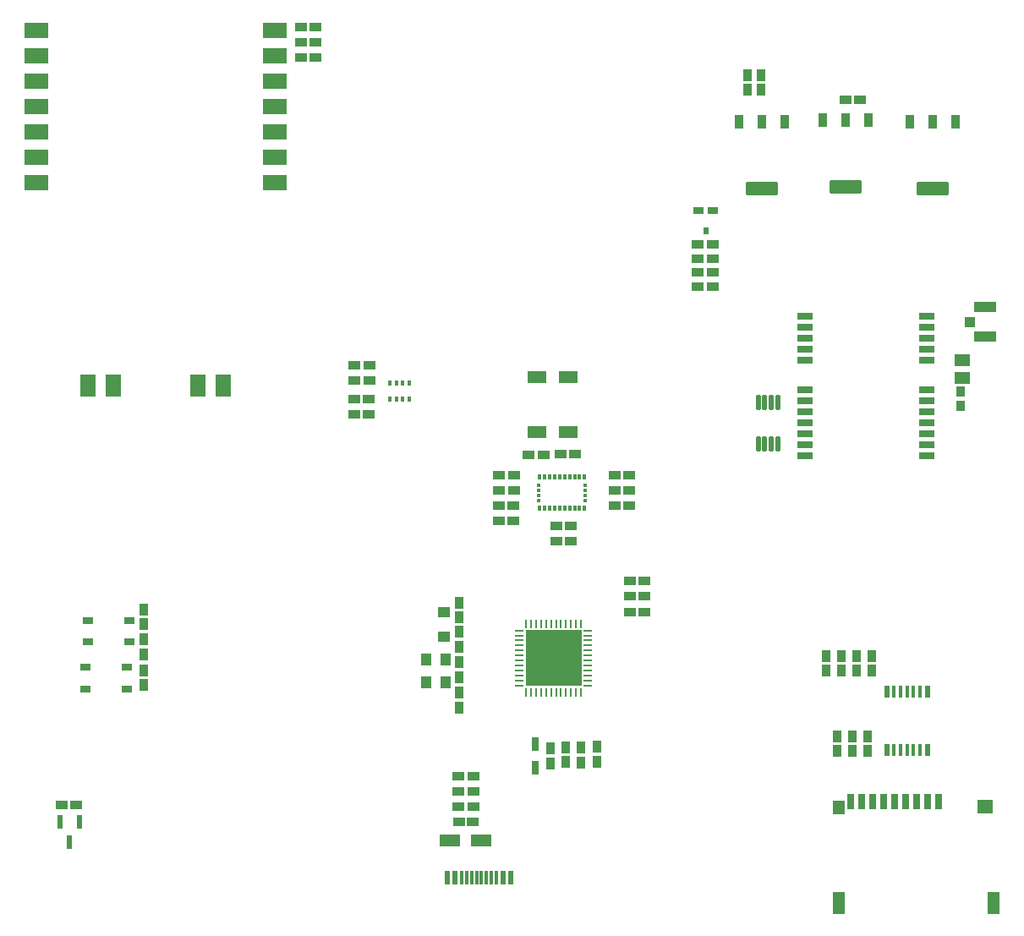
<source format=gtp>
G04*
G04 #@! TF.GenerationSoftware,Altium Limited,Altium Designer,25.0.2 (28)*
G04*
G04 Layer_Color=8421504*
%FSLAX44Y44*%
%MOMM*%
G71*
G04*
G04 #@! TF.SameCoordinates,E8353DEC-B648-43D7-BF79-564EE0BAD765*
G04*
G04*
G04 #@! TF.FilePolarity,Positive*
G04*
G01*
G75*
%ADD18R,0.8890X1.1430*%
%ADD19R,2.3400X1.5300*%
%ADD20R,1.5100X2.3100*%
%ADD21R,1.1430X0.8890*%
%ADD22R,0.5588X1.3208*%
%ADD23R,0.9300X1.1430*%
%ADD24O,0.8500X0.2500*%
%ADD25O,0.2500X0.8500*%
%ADD26R,5.6000X5.6000*%
%ADD27R,1.1430X0.9300*%
%ADD28R,1.0500X0.6500*%
%ADD29R,0.6500X1.3500*%
%ADD30R,1.0160X0.7000*%
%ADD31R,0.6000X0.7000*%
%ADD32R,0.6000X1.3970*%
%ADD33R,0.3000X1.3970*%
%ADD34R,1.6000X1.4000*%
%ADD35R,0.7000X1.6000*%
%ADD36R,1.2000X1.4000*%
%ADD37R,1.2000X2.2000*%
G04:AMPARAMS|DCode=38|XSize=1.31mm|YSize=0.93mm|CornerRadius=0.0698mm|HoleSize=0mm|Usage=FLASHONLY|Rotation=270.000|XOffset=0mm|YOffset=0mm|HoleType=Round|Shape=RoundedRectangle|*
%AMROUNDEDRECTD38*
21,1,1.3100,0.7905,0,0,270.0*
21,1,1.1705,0.9300,0,0,270.0*
1,1,0.1395,-0.3953,-0.5853*
1,1,0.1395,-0.3953,0.5853*
1,1,0.1395,0.3953,0.5853*
1,1,0.1395,0.3953,-0.5853*
%
%ADD38ROUNDEDRECTD38*%
G04:AMPARAMS|DCode=39|XSize=1.31mm|YSize=3.24mm|CornerRadius=0.0983mm|HoleSize=0mm|Usage=FLASHONLY|Rotation=270.000|XOffset=0mm|YOffset=0mm|HoleType=Round|Shape=RoundedRectangle|*
%AMROUNDEDRECTD39*
21,1,1.3100,3.0435,0,0,270.0*
21,1,1.1135,3.2400,0,0,270.0*
1,1,0.1965,-1.5218,-0.5568*
1,1,0.1965,-1.5218,0.5568*
1,1,0.1965,1.5218,0.5568*
1,1,0.1965,1.5218,-0.5568*
%
%ADD39ROUNDEDRECTD39*%
%ADD40R,0.3000X0.5250*%
%ADD41R,0.4250X0.3000*%
%ADD42R,0.3500X0.5000*%
%ADD43R,0.3000X1.2500*%
%ADD44R,0.5000X1.2500*%
%ADD45R,1.1000X1.3000*%
%ADD46R,1.3000X1.1000*%
%ADD47R,2.0320X1.1430*%
%ADD48R,1.9000X1.3000*%
%ADD49R,1.5240X1.1430*%
%ADD50R,2.2000X1.0500*%
%ADD51R,1.0500X1.0000*%
%ADD52R,0.9300X1.0160*%
G04:AMPARAMS|DCode=53|XSize=1.5mm|YSize=0.49mm|CornerRadius=0.1225mm|HoleSize=0mm|Usage=FLASHONLY|Rotation=270.000|XOffset=0mm|YOffset=0mm|HoleType=Round|Shape=RoundedRectangle|*
%AMROUNDEDRECTD53*
21,1,1.5000,0.2450,0,0,270.0*
21,1,1.2550,0.4900,0,0,270.0*
1,1,0.2450,-0.1225,-0.6275*
1,1,0.2450,-0.1225,0.6275*
1,1,0.2450,0.1225,0.6275*
1,1,0.2450,0.1225,-0.6275*
%
%ADD53ROUNDEDRECTD53*%
%ADD54R,1.5000X0.8000*%
D18*
X957430Y588058D02*
D03*
Y602790D02*
D03*
X1048870Y471218D02*
D03*
Y485950D02*
D03*
X1079350Y471980D02*
D03*
Y486712D02*
D03*
X957430Y572056D02*
D03*
Y557324D02*
D03*
Y541830D02*
D03*
Y527098D02*
D03*
Y617014D02*
D03*
Y631746D02*
D03*
X641405Y595170D02*
D03*
Y580438D02*
D03*
X1370180Y578406D02*
D03*
Y563674D02*
D03*
X1094740Y487426D02*
D03*
Y472694D02*
D03*
X1354940Y563928D02*
D03*
Y578660D02*
D03*
X1339700Y563928D02*
D03*
Y578660D02*
D03*
X1245720Y1145334D02*
D03*
Y1160066D02*
D03*
X1259690Y1145334D02*
D03*
Y1160066D02*
D03*
D19*
X533460Y1205230D02*
D03*
Y1179830D02*
D03*
Y1154430D02*
D03*
Y1129030D02*
D03*
Y1103630D02*
D03*
Y1078230D02*
D03*
Y1052830D02*
D03*
X772160Y1205230D02*
D03*
Y1179830D02*
D03*
Y1154430D02*
D03*
Y1129030D02*
D03*
Y1103630D02*
D03*
Y1078230D02*
D03*
Y1052830D02*
D03*
D20*
X585110Y849530D02*
D03*
X720510D02*
D03*
X610510D02*
D03*
X695110D02*
D03*
D21*
X971171Y443230D02*
D03*
X956439D02*
D03*
X997204Y744220D02*
D03*
X1011936D02*
D03*
X997204Y759254D02*
D03*
X1011936D02*
D03*
X1196190Y990600D02*
D03*
X1210922D02*
D03*
X852424Y854710D02*
D03*
X867156D02*
D03*
X1026772Y780082D02*
D03*
X1041504D02*
D03*
X1054354Y693420D02*
D03*
X1069086D02*
D03*
X852424Y869950D02*
D03*
X867156D02*
D03*
X1142746Y654050D02*
D03*
X1128014D02*
D03*
Y622300D02*
D03*
X1142746D02*
D03*
X1128014Y638810D02*
D03*
X1142746D02*
D03*
X1210922Y976424D02*
D03*
X1196190D02*
D03*
X971171Y458470D02*
D03*
X956439D02*
D03*
X1343660Y1135380D02*
D03*
X1358392D02*
D03*
X813102Y1207920D02*
D03*
X798370D02*
D03*
X813356Y1192680D02*
D03*
X798624D02*
D03*
X813102Y1177440D02*
D03*
X798370D02*
D03*
X1196190Y962454D02*
D03*
X1210922D02*
D03*
Y948484D02*
D03*
X1196190D02*
D03*
X1073254Y780590D02*
D03*
X1058522D02*
D03*
X956439Y427990D02*
D03*
X971171D02*
D03*
D22*
X576834Y412750D02*
D03*
X557530D02*
D03*
X567182Y392430D02*
D03*
D23*
X1064110Y486712D02*
D03*
Y472488D02*
D03*
X641200Y625142D02*
D03*
Y610918D02*
D03*
Y549958D02*
D03*
Y564182D02*
D03*
X1366370Y483918D02*
D03*
Y498142D02*
D03*
X1335890D02*
D03*
Y483918D02*
D03*
X1324610Y578612D02*
D03*
Y564388D02*
D03*
X1351130Y498142D02*
D03*
Y483918D02*
D03*
D24*
X1017270Y604120D02*
D03*
Y599120D02*
D03*
Y594120D02*
D03*
Y589120D02*
D03*
Y584120D02*
D03*
Y579120D02*
D03*
Y574120D02*
D03*
Y569119D02*
D03*
Y564120D02*
D03*
Y559119D02*
D03*
Y554120D02*
D03*
Y549120D02*
D03*
X1085770D02*
D03*
Y554120D02*
D03*
Y559119D02*
D03*
Y564120D02*
D03*
Y569119D02*
D03*
Y574120D02*
D03*
Y579120D02*
D03*
Y584120D02*
D03*
Y589120D02*
D03*
Y594120D02*
D03*
Y599120D02*
D03*
Y604120D02*
D03*
D25*
X1024020Y542370D02*
D03*
X1029020D02*
D03*
X1034020D02*
D03*
X1039020D02*
D03*
X1044020D02*
D03*
X1049020D02*
D03*
X1054020D02*
D03*
X1059020D02*
D03*
X1064020D02*
D03*
X1069020D02*
D03*
X1074020D02*
D03*
X1079020D02*
D03*
Y610870D02*
D03*
X1074020D02*
D03*
X1069020D02*
D03*
X1064020D02*
D03*
X1059020D02*
D03*
X1054020D02*
D03*
X1049020D02*
D03*
X1044020D02*
D03*
X1039020D02*
D03*
X1034020D02*
D03*
X1029020D02*
D03*
X1024020D02*
D03*
D26*
X1051520Y576620D02*
D03*
D27*
X1011428Y728980D02*
D03*
X997204D02*
D03*
X1011428Y713740D02*
D03*
X997204D02*
D03*
X956818Y412750D02*
D03*
X971042D02*
D03*
X852424Y820420D02*
D03*
X866648D02*
D03*
X1068832Y708660D02*
D03*
X1054608D02*
D03*
X1127252Y759460D02*
D03*
X1113028D02*
D03*
X852424Y835660D02*
D03*
X866648D02*
D03*
X573532Y429260D02*
D03*
X559308D02*
D03*
X1113028Y728980D02*
D03*
X1127252D02*
D03*
X1113028Y744220D02*
D03*
X1127252D02*
D03*
D28*
X624280Y545730D02*
D03*
Y567230D02*
D03*
X582780Y545730D02*
D03*
Y567230D02*
D03*
X626820Y592630D02*
D03*
Y614130D02*
D03*
X585320Y592630D02*
D03*
Y614130D02*
D03*
D29*
X1033630Y490330D02*
D03*
Y466330D02*
D03*
D30*
X1196594Y1024730D02*
D03*
X1210818D02*
D03*
D31*
X1203960Y1004570D02*
D03*
D32*
X1008940Y356140D02*
D03*
X1000940D02*
D03*
X952940D02*
D03*
X944940D02*
D03*
D33*
X994440D02*
D03*
X989440D02*
D03*
X984440D02*
D03*
X979440D02*
D03*
X959440D02*
D03*
X964440D02*
D03*
X969440D02*
D03*
X974440D02*
D03*
D34*
X1483460Y427460D02*
D03*
D35*
X1393460Y432460D02*
D03*
X1404460D02*
D03*
X1415460D02*
D03*
X1426460D02*
D03*
X1437460D02*
D03*
X1382460D02*
D03*
X1371460D02*
D03*
X1360460D02*
D03*
X1349460D02*
D03*
D36*
X1337460Y426460D02*
D03*
D37*
Y331460D02*
D03*
X1492460D02*
D03*
D38*
X1366560Y1115060D02*
D03*
X1343660D02*
D03*
X1320760D02*
D03*
X1454190Y1113790D02*
D03*
X1431290D02*
D03*
X1408390D02*
D03*
X1282700D02*
D03*
X1259800D02*
D03*
X1236900D02*
D03*
D39*
X1343660Y1048160D02*
D03*
X1431290Y1046890D02*
D03*
X1259800D02*
D03*
D40*
X1042680Y757484D02*
D03*
X1047680D02*
D03*
X1052680D02*
D03*
X1057680D02*
D03*
X1062680D02*
D03*
X1067680D02*
D03*
X1072680D02*
D03*
X1077680D02*
D03*
X1082680D02*
D03*
Y726234D02*
D03*
X1077680D02*
D03*
X1072680D02*
D03*
X1067680D02*
D03*
X1062680D02*
D03*
X1057680D02*
D03*
X1052680D02*
D03*
X1047680D02*
D03*
X1042680D02*
D03*
X1037680D02*
D03*
Y757484D02*
D03*
D41*
X1083305Y749359D02*
D03*
Y744359D02*
D03*
Y739359D02*
D03*
Y734359D02*
D03*
X1037055D02*
D03*
Y739359D02*
D03*
Y744359D02*
D03*
Y749359D02*
D03*
D42*
X887580Y851660D02*
D03*
Y835660D02*
D03*
X907080D02*
D03*
Y851660D02*
D03*
X894080D02*
D03*
Y835660D02*
D03*
X900580Y851660D02*
D03*
Y835660D02*
D03*
D43*
X1418591Y543100D02*
D03*
X1412090D02*
D03*
X1392590D02*
D03*
X1399090D02*
D03*
X1405590D02*
D03*
X1418591Y484599D02*
D03*
X1412090D02*
D03*
X1392590D02*
D03*
X1399090D02*
D03*
X1405590D02*
D03*
D44*
X1426090Y543100D02*
D03*
Y484599D02*
D03*
X1385090Y543100D02*
D03*
Y484599D02*
D03*
D45*
X943319Y574896D02*
D03*
X943482Y552005D02*
D03*
X924410Y574850D02*
D03*
Y551850D02*
D03*
D46*
X941682Y597456D02*
D03*
Y622348D02*
D03*
D47*
X947926Y393954D02*
D03*
X979426D02*
D03*
D48*
X1066646Y857688D02*
D03*
Y802688D02*
D03*
X1034646D02*
D03*
Y857688D02*
D03*
D49*
X1460858Y874570D02*
D03*
Y856570D02*
D03*
D50*
X1484122Y898380D02*
D03*
Y927880D02*
D03*
D51*
X1468872Y913130D02*
D03*
D52*
X1459080Y828850D02*
D03*
Y843074D02*
D03*
D53*
X1256440Y832580D02*
D03*
X1262940D02*
D03*
X1269440D02*
D03*
X1275940D02*
D03*
Y790480D02*
D03*
X1269440D02*
D03*
X1262940D02*
D03*
X1256440D02*
D03*
D54*
X1303298Y918746D02*
D03*
Y907746D02*
D03*
Y896746D02*
D03*
Y885746D02*
D03*
Y874746D02*
D03*
Y844746D02*
D03*
Y833746D02*
D03*
Y822746D02*
D03*
Y811746D02*
D03*
Y800746D02*
D03*
Y789746D02*
D03*
Y778746D02*
D03*
X1425298D02*
D03*
Y789746D02*
D03*
Y800746D02*
D03*
Y811746D02*
D03*
Y822746D02*
D03*
Y833746D02*
D03*
Y844746D02*
D03*
Y874746D02*
D03*
Y885746D02*
D03*
Y896746D02*
D03*
Y907746D02*
D03*
Y918746D02*
D03*
M02*

</source>
